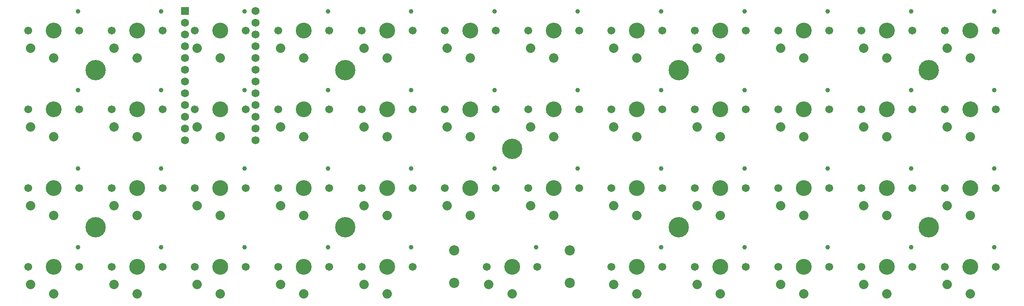
<source format=gbr>
%TF.GenerationSoftware,KiCad,Pcbnew,(5.1.9)-1*%
%TF.CreationDate,2021-08-02T02:46:03+02:00*%
%TF.ProjectId,rooster-pcb,726f6f73-7465-4722-9d70-63622e6b6963,rev?*%
%TF.SameCoordinates,Original*%
%TF.FileFunction,Soldermask,Top*%
%TF.FilePolarity,Negative*%
%FSLAX46Y46*%
G04 Gerber Fmt 4.6, Leading zero omitted, Abs format (unit mm)*
G04 Created by KiCad (PCBNEW (5.1.9)-1) date 2021-08-02 02:46:03*
%MOMM*%
%LPD*%
G01*
G04 APERTURE LIST*
%ADD10C,1.701800*%
%ADD11C,0.990600*%
%ADD12C,2.032000*%
%ADD13C,3.429000*%
%ADD14C,2.200000*%
%ADD15C,4.400000*%
%ADD16C,1.752600*%
%ADD17R,1.752600X1.752600*%
G04 APERTURE END LIST*
D10*
%TO.C,SW1-5*%
X126500000Y-59000000D03*
X137500000Y-59000000D03*
D11*
X137220000Y-54800000D03*
D12*
X132000000Y-64900000D03*
X127000000Y-62800000D03*
D13*
X132000000Y-59000000D03*
%TD*%
D10*
%TO.C,SW1-8*%
X180500000Y-59000000D03*
X191500000Y-59000000D03*
D11*
X191220000Y-54800000D03*
D12*
X186000000Y-64900000D03*
X181000000Y-62800000D03*
D13*
X186000000Y-59000000D03*
%TD*%
D10*
%TO.C,SW2-10*%
X216500000Y-76000000D03*
X227500000Y-76000000D03*
D11*
X227220000Y-71800000D03*
D12*
X222000000Y-81900000D03*
X217000000Y-79800000D03*
D13*
X222000000Y-76000000D03*
%TD*%
D14*
%TO.C,N4*%
X153500000Y-96500000D03*
%TD*%
%TO.C,N2*%
X153500000Y-89500000D03*
%TD*%
%TO.C,N3*%
X128500000Y-96500000D03*
%TD*%
%TO.C,N1*%
X128500000Y-89500000D03*
%TD*%
D15*
%TO.C,M7*%
X177000000Y-84500000D03*
%TD*%
%TO.C,M3*%
X177000000Y-50500000D03*
%TD*%
%TO.C,M6*%
X105000000Y-84500000D03*
%TD*%
%TO.C,M2*%
X105000000Y-50500000D03*
%TD*%
%TO.C,M9*%
X141000000Y-67500000D03*
%TD*%
%TO.C,M8*%
X231000000Y-84500000D03*
%TD*%
%TO.C,M4*%
X231000000Y-50500000D03*
%TD*%
%TO.C,M5*%
X51000000Y-84500000D03*
%TD*%
%TO.C,M1*%
X51000000Y-50500000D03*
%TD*%
D16*
%TO.C,U1*%
X85620000Y-37780000D03*
X70380000Y-65720000D03*
X85620000Y-40320000D03*
X85620000Y-42860000D03*
X85620000Y-45400000D03*
X85620000Y-47940000D03*
X85620000Y-50480000D03*
X85620000Y-53020000D03*
X85620000Y-55560000D03*
X85620000Y-58100000D03*
X85620000Y-60640000D03*
X85620000Y-63180000D03*
X85620000Y-65720000D03*
X70380000Y-63180000D03*
X70380000Y-60640000D03*
X70380000Y-58100000D03*
X70380000Y-55560000D03*
X70380000Y-53020000D03*
X70380000Y-50480000D03*
X70380000Y-47940000D03*
X70380000Y-45400000D03*
X70380000Y-42860000D03*
X70380000Y-40320000D03*
D17*
X70380000Y-37780000D03*
%TD*%
D10*
%TO.C,SW3-11*%
X234500000Y-93000000D03*
X245500000Y-93000000D03*
D11*
X245220000Y-88800000D03*
D12*
X240000000Y-98900000D03*
X235000000Y-96800000D03*
D13*
X240000000Y-93000000D03*
%TD*%
D10*
%TO.C,SW3-10*%
X216500000Y-93000000D03*
X227500000Y-93000000D03*
D11*
X227220000Y-88800000D03*
D12*
X222000000Y-98900000D03*
X217000000Y-96800000D03*
D13*
X222000000Y-93000000D03*
%TD*%
D10*
%TO.C,SW3-9*%
X198500000Y-93000000D03*
X209500000Y-93000000D03*
D11*
X209220000Y-88800000D03*
D12*
X204000000Y-98900000D03*
X199000000Y-96800000D03*
D13*
X204000000Y-93000000D03*
%TD*%
D10*
%TO.C,SW3-8*%
X180500000Y-93000000D03*
X191500000Y-93000000D03*
D11*
X191220000Y-88800000D03*
D12*
X186000000Y-98900000D03*
X181000000Y-96800000D03*
D13*
X186000000Y-93000000D03*
%TD*%
D10*
%TO.C,SW3-7*%
X162500000Y-93000000D03*
X173500000Y-93000000D03*
D11*
X173220000Y-88800000D03*
D12*
X168000000Y-98900000D03*
X163000000Y-96800000D03*
D13*
X168000000Y-93000000D03*
%TD*%
D10*
%TO.C,SW3-5*%
X135500000Y-93000000D03*
X146500000Y-93000000D03*
D11*
X146220000Y-88800000D03*
D12*
X141000000Y-98900000D03*
X136000000Y-96800000D03*
D13*
X141000000Y-93000000D03*
%TD*%
D10*
%TO.C,SW3-4*%
X108500000Y-93000000D03*
X119500000Y-93000000D03*
D11*
X119220000Y-88800000D03*
D12*
X114000000Y-98900000D03*
X109000000Y-96800000D03*
D13*
X114000000Y-93000000D03*
%TD*%
D10*
%TO.C,SW3-3*%
X90500000Y-93000000D03*
X101500000Y-93000000D03*
D11*
X101220000Y-88800000D03*
D12*
X96000000Y-98900000D03*
X91000000Y-96800000D03*
D13*
X96000000Y-93000000D03*
%TD*%
D10*
%TO.C,SW3-2*%
X72500000Y-93000000D03*
X83500000Y-93000000D03*
D11*
X83220000Y-88800000D03*
D12*
X78000000Y-98900000D03*
X73000000Y-96800000D03*
D13*
X78000000Y-93000000D03*
%TD*%
D10*
%TO.C,SW3-1*%
X54500000Y-93000000D03*
X65500000Y-93000000D03*
D11*
X65220000Y-88800000D03*
D12*
X60000000Y-98900000D03*
X55000000Y-96800000D03*
D13*
X60000000Y-93000000D03*
%TD*%
D10*
%TO.C,SW3-0*%
X36500000Y-93000000D03*
X47500000Y-93000000D03*
D11*
X47220000Y-88800000D03*
D12*
X42000000Y-98900000D03*
X37000000Y-96800000D03*
D13*
X42000000Y-93000000D03*
%TD*%
D10*
%TO.C,SW2-11*%
X234500000Y-76000000D03*
X245500000Y-76000000D03*
D11*
X245220000Y-71800000D03*
D12*
X240000000Y-81900000D03*
X235000000Y-79800000D03*
D13*
X240000000Y-76000000D03*
%TD*%
D10*
%TO.C,SW2-9*%
X198500000Y-76000000D03*
X209500000Y-76000000D03*
D11*
X209220000Y-71800000D03*
D12*
X204000000Y-81900000D03*
X199000000Y-79800000D03*
D13*
X204000000Y-76000000D03*
%TD*%
D10*
%TO.C,SW2-8*%
X180500000Y-76000000D03*
X191500000Y-76000000D03*
D11*
X191220000Y-71800000D03*
D12*
X186000000Y-81900000D03*
X181000000Y-79800000D03*
D13*
X186000000Y-76000000D03*
%TD*%
D10*
%TO.C,SW2-7*%
X162500000Y-76000000D03*
X173500000Y-76000000D03*
D11*
X173220000Y-71800000D03*
D12*
X168000000Y-81900000D03*
X163000000Y-79800000D03*
D13*
X168000000Y-76000000D03*
%TD*%
D10*
%TO.C,SW2-6*%
X144500000Y-76000000D03*
X155500000Y-76000000D03*
D11*
X155220000Y-71800000D03*
D12*
X150000000Y-81900000D03*
X145000000Y-79800000D03*
D13*
X150000000Y-76000000D03*
%TD*%
D10*
%TO.C,SW2-5*%
X126500000Y-76000000D03*
X137500000Y-76000000D03*
D11*
X137220000Y-71800000D03*
D12*
X132000000Y-81900000D03*
X127000000Y-79800000D03*
D13*
X132000000Y-76000000D03*
%TD*%
D10*
%TO.C,SW2-4*%
X108500000Y-76000000D03*
X119500000Y-76000000D03*
D11*
X119220000Y-71800000D03*
D12*
X114000000Y-81900000D03*
X109000000Y-79800000D03*
D13*
X114000000Y-76000000D03*
%TD*%
D10*
%TO.C,SW2-3*%
X90500000Y-76000000D03*
X101500000Y-76000000D03*
D11*
X101220000Y-71800000D03*
D12*
X96000000Y-81900000D03*
X91000000Y-79800000D03*
D13*
X96000000Y-76000000D03*
%TD*%
D10*
%TO.C,SW2-2*%
X72500000Y-76000000D03*
X83500000Y-76000000D03*
D11*
X83220000Y-71800000D03*
D12*
X78000000Y-81900000D03*
X73000000Y-79800000D03*
D13*
X78000000Y-76000000D03*
%TD*%
D10*
%TO.C,SW2-1*%
X54500000Y-76000000D03*
X65500000Y-76000000D03*
D11*
X65220000Y-71800000D03*
D12*
X60000000Y-81900000D03*
X55000000Y-79800000D03*
D13*
X60000000Y-76000000D03*
%TD*%
D10*
%TO.C,SW2-0*%
X36500000Y-76000000D03*
X47500000Y-76000000D03*
D11*
X47220000Y-71800000D03*
D12*
X42000000Y-81900000D03*
X37000000Y-79800000D03*
D13*
X42000000Y-76000000D03*
%TD*%
D10*
%TO.C,SW1-11*%
X234500000Y-59000000D03*
X245500000Y-59000000D03*
D11*
X245220000Y-54800000D03*
D12*
X240000000Y-64900000D03*
X235000000Y-62800000D03*
D13*
X240000000Y-59000000D03*
%TD*%
D10*
%TO.C,SW1-10*%
X216500000Y-59000000D03*
X227500000Y-59000000D03*
D11*
X227220000Y-54800000D03*
D12*
X222000000Y-64900000D03*
X217000000Y-62800000D03*
D13*
X222000000Y-59000000D03*
%TD*%
D10*
%TO.C,SW1-9*%
X198500000Y-59000000D03*
X209500000Y-59000000D03*
D11*
X209220000Y-54800000D03*
D12*
X204000000Y-64900000D03*
X199000000Y-62800000D03*
D13*
X204000000Y-59000000D03*
%TD*%
D10*
%TO.C,SW1-7*%
X162500000Y-59000000D03*
X173500000Y-59000000D03*
D11*
X173220000Y-54800000D03*
D12*
X168000000Y-64900000D03*
X163000000Y-62800000D03*
D13*
X168000000Y-59000000D03*
%TD*%
D10*
%TO.C,SW1-6*%
X144500000Y-59000000D03*
X155500000Y-59000000D03*
D11*
X155220000Y-54800000D03*
D12*
X150000000Y-64900000D03*
X145000000Y-62800000D03*
D13*
X150000000Y-59000000D03*
%TD*%
D10*
%TO.C,SW1-4*%
X108500000Y-59000000D03*
X119500000Y-59000000D03*
D11*
X119220000Y-54800000D03*
D12*
X114000000Y-64900000D03*
X109000000Y-62800000D03*
D13*
X114000000Y-59000000D03*
%TD*%
D10*
%TO.C,SW1-3*%
X90500000Y-59000000D03*
X101500000Y-59000000D03*
D11*
X101220000Y-54800000D03*
D12*
X96000000Y-64900000D03*
X91000000Y-62800000D03*
D13*
X96000000Y-59000000D03*
%TD*%
D10*
%TO.C,SW1-2*%
X72500000Y-59000000D03*
X83500000Y-59000000D03*
D11*
X83220000Y-54800000D03*
D12*
X78000000Y-64900000D03*
X73000000Y-62800000D03*
D13*
X78000000Y-59000000D03*
%TD*%
D10*
%TO.C,SW1-1*%
X54500000Y-59000000D03*
X65500000Y-59000000D03*
D11*
X65220000Y-54800000D03*
D12*
X60000000Y-64900000D03*
X55000000Y-62800000D03*
D13*
X60000000Y-59000000D03*
%TD*%
D10*
%TO.C,SW1-0*%
X36500000Y-59000000D03*
X47500000Y-59000000D03*
D11*
X47220000Y-54800000D03*
D12*
X42000000Y-64900000D03*
X37000000Y-62800000D03*
D13*
X42000000Y-59000000D03*
%TD*%
D10*
%TO.C,SW0-11*%
X234500000Y-42000000D03*
X245500000Y-42000000D03*
D11*
X245220000Y-37800000D03*
D12*
X240000000Y-47900000D03*
X235000000Y-45800000D03*
D13*
X240000000Y-42000000D03*
%TD*%
D10*
%TO.C,SW0-10*%
X216500000Y-42000000D03*
X227500000Y-42000000D03*
D11*
X227220000Y-37800000D03*
D12*
X222000000Y-47900000D03*
X217000000Y-45800000D03*
D13*
X222000000Y-42000000D03*
%TD*%
D10*
%TO.C,SW0-9*%
X198500000Y-42000000D03*
X209500000Y-42000000D03*
D11*
X209220000Y-37800000D03*
D12*
X204000000Y-47900000D03*
X199000000Y-45800000D03*
D13*
X204000000Y-42000000D03*
%TD*%
D10*
%TO.C,SW0-8*%
X180500000Y-42000000D03*
X191500000Y-42000000D03*
D11*
X191220000Y-37800000D03*
D12*
X186000000Y-47900000D03*
X181000000Y-45800000D03*
D13*
X186000000Y-42000000D03*
%TD*%
D10*
%TO.C,SW0-7*%
X162500000Y-42000000D03*
X173500000Y-42000000D03*
D11*
X173220000Y-37800000D03*
D12*
X168000000Y-47900000D03*
X163000000Y-45800000D03*
D13*
X168000000Y-42000000D03*
%TD*%
D10*
%TO.C,SW0-6*%
X144500000Y-42000000D03*
X155500000Y-42000000D03*
D11*
X155220000Y-37800000D03*
D12*
X150000000Y-47900000D03*
X145000000Y-45800000D03*
D13*
X150000000Y-42000000D03*
%TD*%
D10*
%TO.C,SW0-5*%
X126500000Y-42000000D03*
X137500000Y-42000000D03*
D11*
X137220000Y-37800000D03*
D12*
X132000000Y-47900000D03*
X127000000Y-45800000D03*
D13*
X132000000Y-42000000D03*
%TD*%
D10*
%TO.C,SW0-4*%
X108500000Y-42000000D03*
X119500000Y-42000000D03*
D11*
X119220000Y-37800000D03*
D12*
X114000000Y-47900000D03*
X109000000Y-45800000D03*
D13*
X114000000Y-42000000D03*
%TD*%
D10*
%TO.C,SW0-3*%
X90500000Y-42000000D03*
X101500000Y-42000000D03*
D11*
X101220000Y-37800000D03*
D12*
X96000000Y-47900000D03*
X91000000Y-45800000D03*
D13*
X96000000Y-42000000D03*
%TD*%
D10*
%TO.C,SW0-2*%
X72500000Y-42000000D03*
X83500000Y-42000000D03*
D11*
X83220000Y-37800000D03*
D12*
X78000000Y-47900000D03*
X73000000Y-45800000D03*
D13*
X78000000Y-42000000D03*
%TD*%
D10*
%TO.C,SW0-1*%
X54500000Y-42000000D03*
X65500000Y-42000000D03*
D11*
X65220000Y-37800000D03*
D12*
X60000000Y-47900000D03*
X55000000Y-45800000D03*
D13*
X60000000Y-42000000D03*
%TD*%
D10*
%TO.C,SW0-0*%
X36500000Y-42000000D03*
X47500000Y-42000000D03*
D11*
X47220000Y-37800000D03*
D12*
X42000000Y-47900000D03*
X37000000Y-45800000D03*
D13*
X42000000Y-42000000D03*
%TD*%
M02*

</source>
